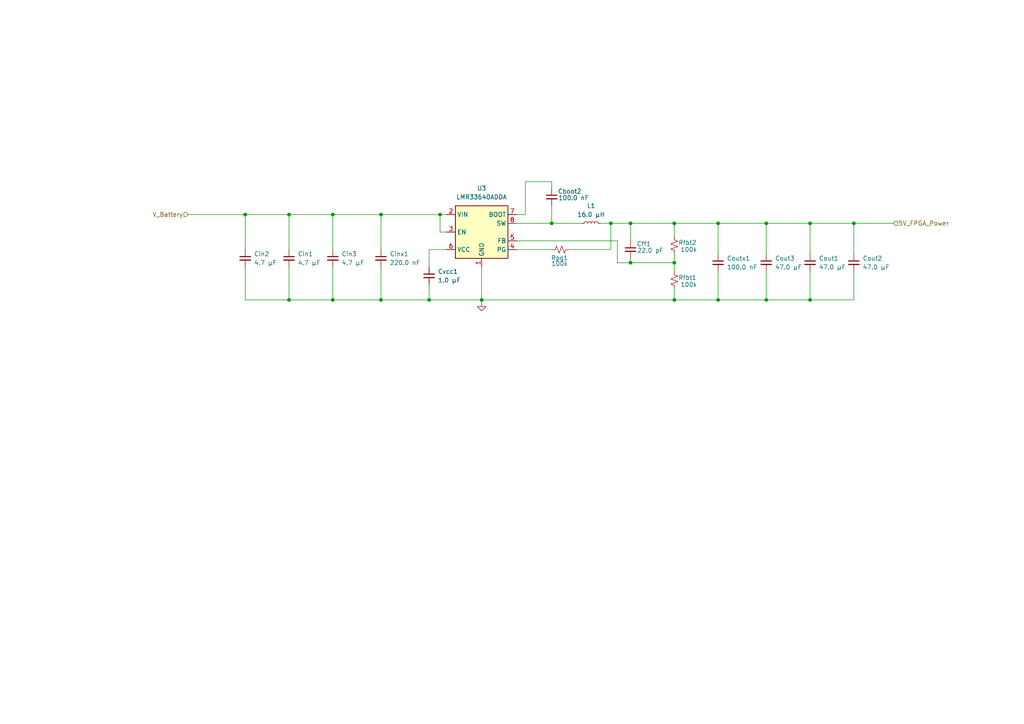
<source format=kicad_sch>
(kicad_sch (version 20250114) (generator "eeschema") (generator_version "9.0")
  (paper "A4")
  (lib_symbols
    (symbol "Device:C_Small" (pin_numbers (hide yes)) (pin_names (offset 0.254) (hide yes))
      (property "Reference" "C" (at 0.254 1.778 0))
      (property "Value" "C_Small" (at 0.254 -2.032 0))
      (symbol "C_Small_0_1"
        (polyline (pts (xy -1.524 0.508) (xy 1.524 0.508)) (stroke (width 0.3048)))
        (polyline (pts (xy -1.524 -0.508) (xy 1.524 -0.508)) (stroke (width 0.3302)))
      )
      (symbol "C_Small_1_1"
        (pin passive line (at 0 2.54 270) (length 2.032) (name "~") (number "1"))
        (pin passive line (at 0 -2.54 90) (length 2.032) (name "~") (number "2"))
      )
    )
    (symbol "Device:L_Small" (pin_numbers (hide yes)) (pin_names (offset 0.254) (hide yes))
      (property "Reference" "L" (at 0.762 1.016 0))
      (property "Value" "L_Small" (at 0.762 -1.016 0))
      (symbol "L_Small_0_1"
        (arc (start 0 2.032) (mid 0.5058 1.524) (end 0 1.016))
        (arc (start 0 1.016) (mid 0.5058 0.508) (end 0 0))
        (arc (start 0 0) (mid 0.5058 -0.508) (end 0 -1.016))
        (arc (start 0 -1.016) (mid 0.5058 -1.524) (end 0 -2.032))
      )
      (symbol "L_Small_1_1"
        (pin passive line (at 0 2.54 270) (length 0.508) (name "~") (number "1"))
        (pin passive line (at 0 -2.54 90) (length 0.508) (name "~") (number "2"))
      )
    )
    (symbol "Device:R_Small_US" (pin_numbers (hide yes)) (pin_names (offset 0.254) (hide yes))
      (property "Reference" "R" (at 0.762 0.508 0))
      (property "Value" "R_Small_US" (at 0.762 -1.016 0))
      (symbol "R_Small_US_1_1"
        (polyline (pts (xy 0 1.524) (xy 1.016 1.143) (xy 0 0.762) (xy -1.016 0.381) (xy 0 0)))
        (polyline (pts (xy 0 0) (xy 1.016 -0.381) (xy 0 -0.762) (xy -1.016 -1.143) (xy 0 -1.524)))
        (pin passive line (at 0 2.54 270) (length 1.016) (name "~") (number "1"))
        (pin passive line (at 0 -2.54 90) (length 1.016) (name "~") (number "2"))
      )
    )
    (symbol "Regulator_Switching:LMR33640ADDA"
      (property "Reference" "U" (at 0 11.43 0))
      (property "Value" "LMR33640ADDA" (at 0 8.89 0))
      (symbol "LMR33640ADDA_0_1"
        (rectangle (start -7.62 7.62) (end 7.62 -7.62) (stroke (width 0.254)) (fill (type background)))
      )
      (symbol "LMR33640ADDA_1_1"
        (pin power_in line (at -10.16 5.08 0) (length 2.54) (name "VIN") (number "2"))
        (pin input line (at -10.16 0 0) (length 2.54) (name "EN") (number "3"))
        (pin power_out line (at -10.16 -5.08 0) (length 2.54) (name "VCC") (number "6"))
        (pin power_in line (at 0 -10.16 90) (length 2.54) (name "GND") (number "1"))
        (pin passive line (at 0 -10.16 90) (length 2.54) (hide yes) (name "GND") (number "9"))
        (pin input line (at 10.16 5.08 180) (length 2.54) (name "BOOT") (number "7"))
        (pin output line (at 10.16 2.54 180) (length 2.54) (name "SW") (number "8"))
        (pin input line (at 10.16 -2.54 180) (length 2.54) (name "FB") (number "5"))
        (pin open_collector line (at 10.16 -5.08 180) (length 2.54) (name "PG") (number "4"))
      )
    )
    (symbol "power:GND" (power) (pin_numbers (hide yes)) (pin_names (offset 0) (hide yes))
      (property "Value" "GND" (at 0 -3.81 0))
      (symbol "GND_0_1"
        (polyline (pts (xy 0 0) (xy 0 -1.27) (xy 1.27 -1.27) (xy 0 -2.54) (xy -1.27 -1.27) (xy 0 -1.27)))
      )
      (symbol "GND_1_1"
        (pin power_in line (at 0 0 270) (length 0) (name "~") (number "1"))
      )
    )
  )
  (junction (at 110.49 62.23))
  (junction (at 124.46 86.995))
  (junction (at 247.65 64.77))
  (junction (at 127.635 62.23))
  (junction (at 195.58 76.2))
  (junction (at 208.28 86.995))
  (junction (at 96.52 86.995))
  (junction (at 182.88 76.2))
  (junction (at 160.02 64.77))
  (junction (at 83.82 62.23))
  (junction (at 83.82 86.995))
  (junction (at 222.25 64.77))
  (junction (at 234.95 86.995))
  (junction (at 195.58 64.77))
  (junction (at 234.95 64.77))
  (junction (at 71.12 62.23))
  (junction (at 96.52 62.23))
  (junction (at 222.25 86.995))
  (junction (at 195.58 86.995))
  (junction (at 208.28 64.77))
  (junction (at 110.49 86.995))
  (junction (at 177.165 64.77))
  (junction (at 139.7 86.995))
  (junction (at 182.88 64.77))
  (wire (pts (xy 208.28 78.74) (xy 208.28 86.995)))
  (wire (pts (xy 222.25 86.995) (xy 208.28 86.995)))
  (wire (pts (xy 110.49 77.47) (xy 110.49 86.995)))
  (wire (pts (xy 71.12 62.23) (xy 83.82 62.23)))
  (wire (pts (xy 71.12 72.39) (xy 71.12 62.23)))
  (wire (pts (xy 124.46 82.55) (xy 124.46 86.995)))
  (wire (pts (xy 83.82 86.995) (xy 96.52 86.995)))
  (wire (pts (xy 247.65 64.77) (xy 247.65 73.66)))
  (wire (pts (xy 160.02 59.69) (xy 160.02 64.77)))
  (wire (pts (xy 195.58 86.995) (xy 139.7 86.995)))
  (wire (pts (xy 234.95 64.77) (xy 247.65 64.77)))
  (wire (pts (xy 83.82 62.23) (xy 83.82 72.39)))
  (wire (pts (xy 139.7 77.47) (xy 139.7 86.995)))
  (wire (pts (xy 234.95 64.77) (xy 234.95 73.66)))
  (wire (pts (xy 247.65 78.74) (xy 247.65 86.995)))
  (wire (pts (xy 182.88 64.77) (xy 177.165 64.77)))
  (wire (pts (xy 160.02 52.705) (xy 160.02 54.61)))
  (wire (pts (xy 222.25 64.77) (xy 234.95 64.77)))
  (wire (pts (xy 96.52 72.39) (xy 96.52 62.23)))
  (wire (pts (xy 182.88 74.93) (xy 182.88 76.2)))
  (wire (pts (xy 195.58 64.77) (xy 182.88 64.77)))
  (wire (pts (xy 195.58 73.66) (xy 195.58 76.2)))
  (wire (pts (xy 96.52 62.23) (xy 110.49 62.23)))
  (wire (pts (xy 195.58 64.77) (xy 208.28 64.77)))
  (wire (pts (xy 124.46 72.39) (xy 124.46 77.47)))
  (wire (pts (xy 96.52 86.995) (xy 110.49 86.995)))
  (wire (pts (xy 247.65 86.995) (xy 234.95 86.995)))
  (wire (pts (xy 149.86 72.39) (xy 160.02 72.39)))
  (wire (pts (xy 208.28 73.66) (xy 208.28 64.77)))
  (wire (pts (xy 71.12 86.995) (xy 83.82 86.995)))
  (wire (pts (xy 110.49 62.23) (xy 110.49 72.39)))
  (wire (pts (xy 234.95 78.74) (xy 234.95 86.995)))
  (wire (pts (xy 160.02 64.77) (xy 168.91 64.77)))
  (wire (pts (xy 179.07 76.2) (xy 182.88 76.2)))
  (wire (pts (xy 177.165 72.39) (xy 177.165 64.77)))
  (wire (pts (xy 54.61 62.23) (xy 71.12 62.23)))
  (wire (pts (xy 149.86 69.85) (xy 179.07 69.85)))
  (wire (pts (xy 83.82 77.47) (xy 83.82 86.995)))
  (wire (pts (xy 195.58 83.82) (xy 195.58 86.995)))
  (wire (pts (xy 129.54 67.31) (xy 127.635 67.31)))
  (wire (pts (xy 127.635 62.23) (xy 129.54 62.23)))
  (wire (pts (xy 234.95 86.995) (xy 222.25 86.995)))
  (wire (pts (xy 149.86 64.77) (xy 160.02 64.77)))
  (wire (pts (xy 208.28 64.77) (xy 222.25 64.77)))
  (wire (pts (xy 182.88 76.2) (xy 195.58 76.2)))
  (wire (pts (xy 149.86 62.23) (xy 152.4 62.23)))
  (wire (pts (xy 247.65 64.77) (xy 259.08 64.77)))
  (wire (pts (xy 71.12 77.47) (xy 71.12 86.995)))
  (wire (pts (xy 152.4 52.705) (xy 160.02 52.705)))
  (wire (pts (xy 152.4 62.23) (xy 152.4 52.705)))
  (wire (pts (xy 127.635 67.31) (xy 127.635 62.23)))
  (wire (pts (xy 139.7 86.995) (xy 139.7 87.63)))
  (wire (pts (xy 195.58 86.995) (xy 208.28 86.995)))
  (wire (pts (xy 179.07 69.85) (xy 179.07 76.2)))
  (wire (pts (xy 222.25 78.74) (xy 222.25 86.995)))
  (wire (pts (xy 110.49 86.995) (xy 124.46 86.995)))
  (wire (pts (xy 96.52 77.47) (xy 96.52 86.995)))
  (wire (pts (xy 195.58 76.2) (xy 195.58 78.74)))
  (wire (pts (xy 195.58 68.58) (xy 195.58 64.77)))
  (wire (pts (xy 165.1 72.39) (xy 177.165 72.39)))
  (wire (pts (xy 222.25 73.66) (xy 222.25 64.77)))
  (wire (pts (xy 83.82 62.23) (xy 96.52 62.23)))
  (wire (pts (xy 182.88 64.77) (xy 182.88 69.85)))
  (wire (pts (xy 177.165 64.77) (xy 173.99 64.77)))
  (wire (pts (xy 124.46 86.995) (xy 139.7 86.995)))
  (wire (pts (xy 110.49 62.23) (xy 127.635 62.23)))
  (wire (pts (xy 129.54 72.39) (xy 124.46 72.39)))
  (hierarchical_label "V_Battery" (shape input) (at 54.61 62.23 180))
  (hierarchical_label "5V_FPGA_Power" (shape input) (at 259.08 64.77 0))
  (symbol (lib_id "Device:C_Small") (at 160.02 57.15 0) (unit 1)
    (property "Reference" "Cboot2" (at 161.798 55.499 0) (effects (justify left)))
    (property "Value" "100.0 nF" (at 161.925 57.404 0) (effects (justify left)))
    (property "Footprint" "Capacitor_SMD:C_0805_2012Metric" (effects (hide yes)))
    (property "Description" "Unpolarized capacitor, small symbol" (effects (hide yes)))
  )
  (symbol (lib_id "Device:C_Small") (at 182.88 72.39 0) (unit 1)
    (property "Reference" "Cff1" (at 184.658 70.739 0) (effects (justify left)))
    (property "Value" "22.0 pF" (at 184.785 72.644 0) (effects (justify left)))
    (property "Footprint" "Capacitor_SMD:C_0805_2012Metric" (effects (hide yes)))
    (property "Description" "Unpolarized capacitor, small symbol" (effects (hide yes)))
  )
  (symbol (lib_id "Device:C_Small") (at 71.12 74.93 0) (unit 1)
    (property "Reference" "Cin2" (at 73.66 73.6662 0) (effects (justify left)))
    (property "Value" "4.7 µF" (at 73.66 76.2062 0) (effects (justify left)))
    (property "Footprint" "Capacitor_SMD:C_0805_2012Metric" (effects (hide yes)))
    (property "Description" "Unpolarized capacitor, small symbol" (effects (hide yes)))
  )
  (symbol (lib_id "Device:R_Small_US") (at 195.58 81.28 180) (unit 1)
    (property "Reference" "Rfbt1" (at 199.39 80.518 0))
    (property "Value" "100k" (at 199.771 82.55 0))
    (property "Footprint" "Resistor_SMD:R_0805_2012Metric" (effects (hide yes)))
    (property "Description" "Resistor, small US symbol" (effects (hide yes)))
  )
  (symbol (lib_id "Device:R_Small_US") (at 195.58 71.12 180) (unit 1)
    (property "Reference" "Rfbt2" (at 199.39 70.358 0))
    (property "Value" "100k" (at 199.771 72.39 0))
    (property "Footprint" "Resistor_SMD:R_0805_2012Metric" (effects (hide yes)))
    (property "Description" "Resistor, small US symbol" (effects (hide yes)))
  )
  (symbol (lib_id "Device:C_Small") (at 110.49 74.93 0) (unit 1)
    (property "Reference" "Cinx1" (at 113.03 73.6662 0) (effects (justify left)))
    (property "Value" "220.0 nF" (at 113.03 76.2062 0) (effects (justify left)))
    (property "Footprint" "Capacitor_SMD:C_0805_2012Metric" (effects (hide yes)))
    (property "Description" "Unpolarized capacitor, small symbol" (effects (hide yes)))
  )
  (symbol (lib_id "Device:C_Small") (at 96.52 74.93 0) (unit 1)
    (property "Reference" "Cin3" (at 99.06 73.6662 0) (effects (justify left)))
    (property "Value" "4.7 µF" (at 99.06 76.2062 0) (effects (justify left)))
    (property "Footprint" "Capacitor_SMD:C_0805_2012Metric" (effects (hide yes)))
    (property "Description" "Unpolarized capacitor, small symbol" (effects (hide yes)))
  )
  (symbol (lib_id "Device:C_Small") (at 208.28 76.2 0) (unit 1)
    (property "Reference" "Coutx1" (at 210.82 74.9362 0) (effects (justify left)))
    (property "Value" "100.0 nF" (at 210.82 77.4762 0) (effects (justify left)))
    (property "Footprint" "Capacitor_SMD:C_0805_2012Metric" (effects (hide yes)))
    (property "Description" "Unpolarized capacitor, small symbol" (effects (hide yes)))
  )
  (symbol (lib_id "Device:C_Small") (at 247.65 76.2 0) (unit 1)
    (property "Reference" "Cout2" (at 250.19 74.9362 0) (effects (justify left)))
    (property "Value" "47.0 µF" (at 250.19 77.4762 0) (effects (justify left)))
    (property "Footprint" "Capacitor_THT:CP_Radial_D8.0mm_P5.00mm" (effects (hide yes)))
    (property "Description" "Unpolarized capacitor, small symbol" (effects (hide yes)))
  )
  (symbol (lib_id "Device:C_Small") (at 222.25 76.2 0) (unit 1)
    (property "Reference" "Cout3" (at 224.79 74.9362 0) (effects (justify left)))
    (property "Value" "47.0 µF" (at 224.79 77.4762 0) (effects (justify left)))
    (property "Footprint" "Capacitor_THT:CP_Radial_D8.0mm_P5.00mm" (effects (hide yes)))
    (property "Description" "Unpolarized capacitor, small symbol" (effects (hide yes)))
  )
  (symbol (lib_id "Device:R_Small_US") (at 162.56 72.39 90) (unit 1)
    (property "Reference" "Rpg1" (at 162.306 74.803 90))
    (property "Value" "100k" (at 162.306 76.454 90))
    (property "Footprint" "Resistor_SMD:R_0805_2012Metric" (effects (hide yes)))
    (property "Description" "Resistor, small US symbol" (effects (hide yes)))
  )
  (symbol (lib_id "Device:C_Small") (at 124.46 80.01 0) (unit 1)
    (property "Reference" "Cvcc1" (at 127 78.7462 0) (effects (justify left)))
    (property "Value" "1.0 µF" (at 127 81.2862 0) (effects (justify left)))
    (property "Footprint" "Capacitor_SMD:C_0805_2012Metric" (effects (hide yes)))
    (property "Description" "Unpolarized capacitor, small symbol" (effects (hide yes)))
  )
  (symbol (lib_id "power:GND") (at 139.7 87.63 0) (unit 1)
    (property "Reference" "#PWR08" (effects (hide yes)))
    (property "Value" "GND" (effects (hide yes)))
    (property "Description" "Power symbol creates a global label with name \"GND\" , ground" (effects (hide yes)))
  )
  (symbol (lib_id "Device:C_Small") (at 234.95 76.2 0) (unit 1)
    (property "Reference" "Cout1" (at 237.49 74.9362 0) (effects (justify left)))
    (property "Value" "47.0 µF" (at 237.49 77.4762 0) (effects (justify left)))
    (property "Footprint" "Capacitor_THT:CP_Radial_D8.0mm_P5.00mm" (effects (hide yes)))
    (property "Description" "Unpolarized capacitor, small symbol" (effects (hide yes)))
  )
  (symbol (lib_id "Regulator_Switching:LMR33640ADDA") (at 139.7 67.31 0) (unit 1)
    (property "Reference" "U3" (at 139.7 54.61 0))
    (property "Value" "LMR33640ADDA" (at 139.7 57.15 0))
    (property "Footprint" "Package_SO:Texas_HSOP-8-1EP_3.9x4.9mm_P1.27mm_ThermalVias" (effects (hide yes)))
    (property "Datasheet" "http://www.ti.com/lit/ds/symlink/lmr33640.pdf" (effects (hide yes)))
    (property "Description" "Simple Switcher Synchronous Buck Regulator, Vin=3.8-36V, Iout=4A, F=400kHz, Adjustable output voltage, HSOP-8" (effects (hide yes)))
  )
  (symbol (lib_id "Device:C_Small") (at 83.82 74.93 0) (unit 1)
    (property "Reference" "Cin1" (at 86.36 73.6662 0) (effects (justify left)))
    (property "Value" "4.7 µF" (at 86.36 76.2062 0) (effects (justify left)))
    (property "Footprint" "Capacitor_SMD:C_0805_2012Metric" (effects (hide yes)))
    (property "Description" "Unpolarized capacitor, small symbol" (effects (hide yes)))
  )
  (symbol (lib_id "Device:L_Small") (at 171.45 64.77 90) (unit 1)
    (property "Reference" "L1" (at 171.45 59.69 90))
    (property "Value" "16.0 µH" (at 171.45 62.23 90))
    (property "Description" "Inductor, small symbol" (effects (hide yes)))
  )
)
</source>
